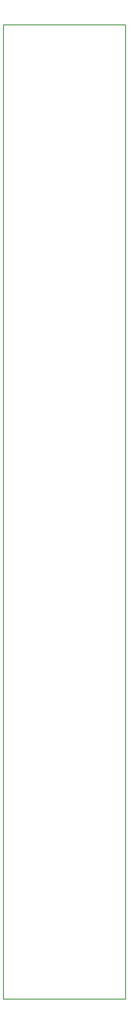
<source format=gbr>
G04 DipTrace 3.0.0.2*
G04 BoardOutline.gbr*
%MOIN*%
G04 #@! TF.FileFunction,Profile*
G04 #@! TF.Part,Single*
%ADD11C,0.006*%
%FSLAX26Y26*%
G04*
G70*
G90*
G75*
G01*
G04 BoardOutline*
%LPD*%
X394000Y394000D2*
D11*
X1344000D1*
Y7969000D1*
X394000D1*
Y394000D1*
M02*

</source>
